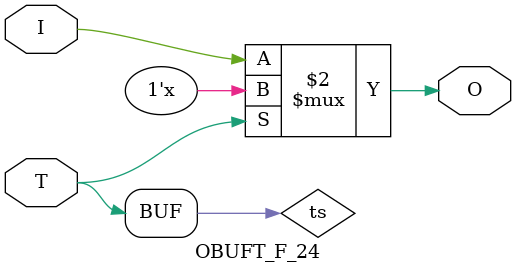
<source format=v>

/*

FUNCTION    : TRI-STATE OUTPUT BUFFER

*/

`celldefine
`timescale  100 ps / 10 ps

module OBUFT_F_24 (O, I, T);

    output O;

    input  I, T;

    or O1 (ts, 1'b0, T);
    bufif0 T1 (O, I, ts);

endmodule

</source>
